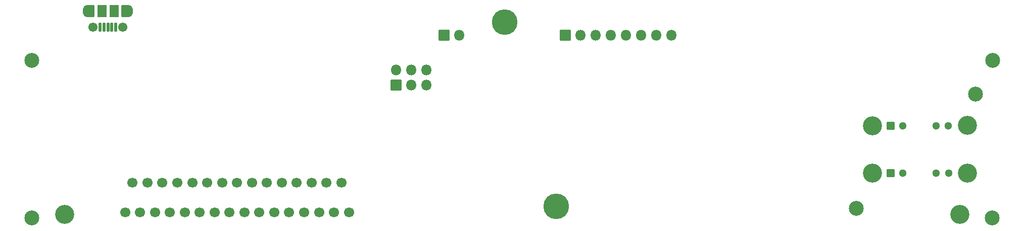
<source format=gbs>
%TF.GenerationSoftware,KiCad,Pcbnew,7.0.2-0*%
%TF.CreationDate,2023-12-20T15:00:36+01:00*%
%TF.ProjectId,A500KBMini,41353030-4b42-44d6-996e-692e6b696361,3*%
%TF.SameCoordinates,Original*%
%TF.FileFunction,Soldermask,Bot*%
%TF.FilePolarity,Negative*%
%FSLAX46Y46*%
G04 Gerber Fmt 4.6, Leading zero omitted, Abs format (unit mm)*
G04 Created by KiCad (PCBNEW 7.0.2-0) date 2023-12-20 15:00:36*
%MOMM*%
%LPD*%
G01*
G04 APERTURE LIST*
G04 Aperture macros list*
%AMRoundRect*
0 Rectangle with rounded corners*
0 $1 Rounding radius*
0 $2 $3 $4 $5 $6 $7 $8 $9 X,Y pos of 4 corners*
0 Add a 4 corners polygon primitive as box body*
4,1,4,$2,$3,$4,$5,$6,$7,$8,$9,$2,$3,0*
0 Add four circle primitives for the rounded corners*
1,1,$1+$1,$2,$3*
1,1,$1+$1,$4,$5*
1,1,$1+$1,$6,$7*
1,1,$1+$1,$8,$9*
0 Add four rect primitives between the rounded corners*
20,1,$1+$1,$2,$3,$4,$5,0*
20,1,$1+$1,$4,$5,$6,$7,0*
20,1,$1+$1,$6,$7,$8,$9,0*
20,1,$1+$1,$8,$9,$2,$3,0*%
G04 Aperture macros list end*
%ADD10C,4.300000*%
%ADD11C,2.500000*%
%ADD12C,3.200000*%
%ADD13RoundRect,0.050000X-0.600000X-0.950000X0.600000X-0.950000X0.600000X0.950000X-0.600000X0.950000X0*%
%ADD14O,1.300000X2.000000*%
%ADD15RoundRect,0.050000X-0.750000X-0.950000X0.750000X-0.950000X0.750000X0.950000X-0.750000X0.950000X0*%
%ADD16C,1.550000*%
%ADD17RoundRect,0.050000X-0.200000X-0.675000X0.200000X-0.675000X0.200000X0.675000X-0.200000X0.675000X0*%
%ADD18C,1.300000*%
%ADD19RoundRect,0.050000X-0.600000X-0.600000X0.600000X-0.600000X0.600000X0.600000X-0.600000X0.600000X0*%
%ADD20O,1.800000X1.800000*%
%ADD21RoundRect,0.050000X0.850000X-0.850000X0.850000X0.850000X-0.850000X0.850000X-0.850000X-0.850000X0*%
%ADD22C,1.700000*%
G04 APERTURE END LIST*
D10*
%TO.C,H26*%
X386402580Y-226021900D03*
%TD*%
D11*
%TO.C,H25*%
X465376260Y-238102140D03*
%TD*%
%TO.C,H24*%
X445394080Y-257342640D03*
%TD*%
D12*
%TO.C,H23*%
X312681620Y-258340860D03*
%TD*%
%TO.C,H22*%
X462699100Y-258343400D03*
%TD*%
D13*
%TO.C,J2*%
X317050000Y-224150000D03*
X322850000Y-224150000D03*
D14*
X323450000Y-224150000D03*
X316450000Y-224150000D03*
D15*
X318950000Y-224150000D03*
D16*
X322450000Y-226850000D03*
D17*
X319950000Y-226850000D03*
X320600000Y-226850000D03*
X321250000Y-226850000D03*
X318650000Y-226850000D03*
X319300000Y-226850000D03*
D16*
X317450000Y-226850000D03*
D15*
X320950000Y-224150000D03*
%TD*%
D10*
%TO.C,H19*%
X395097000Y-256971800D03*
%TD*%
D11*
%TO.C,H18*%
X468193120Y-232435400D03*
%TD*%
%TO.C,H17*%
X468172800Y-258927600D03*
%TD*%
%TO.C,H16*%
X307195220Y-232443020D03*
%TD*%
%TO.C,H15*%
X307200000Y-258950000D03*
%TD*%
D12*
%TO.C,H4*%
X463956400Y-243382800D03*
%TD*%
%TO.C,H3*%
X448056000Y-243400000D03*
%TD*%
%TO.C,H2*%
X448081400Y-251358400D03*
%TD*%
%TO.C,H1*%
X463956400Y-251358400D03*
%TD*%
D18*
%TO.C,D4*%
X460829400Y-251358400D03*
X458779400Y-251358400D03*
D19*
X451129400Y-251358400D03*
D18*
X453179400Y-251358400D03*
%TD*%
%TO.C,D3*%
X460801240Y-243420900D03*
X458751240Y-243420900D03*
D19*
X451101240Y-243420900D03*
D18*
X453151240Y-243420900D03*
%TD*%
D20*
%TO.C,J5*%
X378838460Y-228178360D03*
D21*
X376298460Y-228178360D03*
%TD*%
D20*
%TO.C,J4*%
X414380000Y-228200000D03*
X411840000Y-228200000D03*
X409300000Y-228200000D03*
X406760000Y-228200000D03*
X404220000Y-228200000D03*
X401680000Y-228200000D03*
X399140000Y-228200000D03*
D21*
X396600000Y-228200000D03*
%TD*%
D20*
%TO.C,J3*%
X373280000Y-234060000D03*
X373280000Y-236600000D03*
X370740000Y-234060000D03*
X370740000Y-236600000D03*
X368200000Y-234060000D03*
D21*
X368200000Y-236600000D03*
%TD*%
D22*
%TO.C,J1*%
X360326000Y-257984000D03*
X359076000Y-252984000D03*
X357826000Y-257984000D03*
X356576000Y-252984000D03*
X355326000Y-257984000D03*
X354076000Y-252984000D03*
X352826000Y-257984000D03*
X351576000Y-252984000D03*
X350326000Y-257984000D03*
X349076000Y-252984000D03*
X347826000Y-257984000D03*
X346576000Y-252984000D03*
X345326000Y-257984000D03*
X344076000Y-252984000D03*
X342826000Y-257984000D03*
X341576000Y-252984000D03*
X340326000Y-257984000D03*
X339076000Y-252984000D03*
X337826000Y-257984000D03*
X336576000Y-252984000D03*
X335326000Y-257984000D03*
X334076000Y-252984000D03*
X332826000Y-257984000D03*
X331576000Y-252984000D03*
X330326000Y-257984000D03*
X329076000Y-252984000D03*
X327826000Y-257984000D03*
X326576000Y-252984000D03*
X325326000Y-257984000D03*
X324076000Y-252984000D03*
X322826000Y-257984000D03*
%TD*%
M02*

</source>
